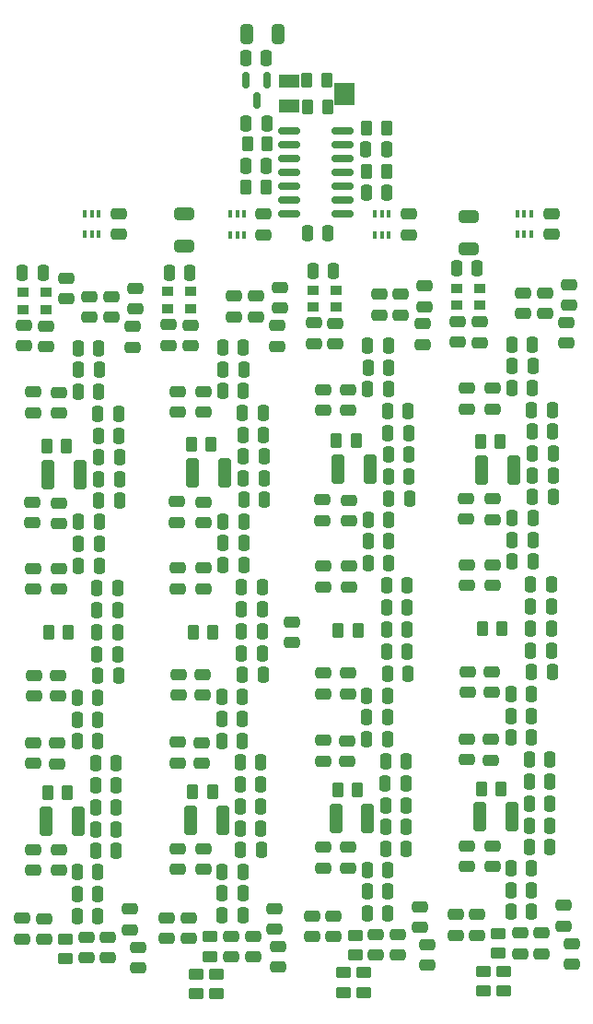
<source format=gbp>
G04 #@! TF.GenerationSoftware,KiCad,Pcbnew,8.0.1-8.0.1-1~ubuntu22.04.1*
G04 #@! TF.CreationDate,2024-04-20T17:09:59+02:00*
G04 #@! TF.ProjectId,0xaxe,30786178-652e-46b6-9963-61645f706362,302*
G04 #@! TF.SameCoordinates,Original*
G04 #@! TF.FileFunction,Paste,Bot*
G04 #@! TF.FilePolarity,Positive*
%FSLAX46Y46*%
G04 Gerber Fmt 4.6, Leading zero omitted, Abs format (unit mm)*
G04 Created by KiCad (PCBNEW 8.0.1-8.0.1-1~ubuntu22.04.1) date 2024-04-20 17:09:59*
%MOMM*%
%LPD*%
G01*
G04 APERTURE LIST*
G04 Aperture macros list*
%AMRoundRect*
0 Rectangle with rounded corners*
0 $1 Rounding radius*
0 $2 $3 $4 $5 $6 $7 $8 $9 X,Y pos of 4 corners*
0 Add a 4 corners polygon primitive as box body*
4,1,4,$2,$3,$4,$5,$6,$7,$8,$9,$2,$3,0*
0 Add four circle primitives for the rounded corners*
1,1,$1+$1,$2,$3*
1,1,$1+$1,$4,$5*
1,1,$1+$1,$6,$7*
1,1,$1+$1,$8,$9*
0 Add four rect primitives between the rounded corners*
20,1,$1+$1,$2,$3,$4,$5,0*
20,1,$1+$1,$4,$5,$6,$7,0*
20,1,$1+$1,$6,$7,$8,$9,0*
20,1,$1+$1,$8,$9,$2,$3,0*%
G04 Aperture macros list end*
%ADD10RoundRect,0.250000X0.475000X-0.250000X0.475000X0.250000X-0.475000X0.250000X-0.475000X-0.250000X0*%
%ADD11RoundRect,0.250000X0.250000X0.475000X-0.250000X0.475000X-0.250000X-0.475000X0.250000X-0.475000X0*%
%ADD12RoundRect,0.250000X-0.475000X0.250000X-0.475000X-0.250000X0.475000X-0.250000X0.475000X0.250000X0*%
%ADD13RoundRect,0.250000X-0.250000X-0.475000X0.250000X-0.475000X0.250000X0.475000X-0.250000X0.475000X0*%
%ADD14RoundRect,0.250000X0.325000X1.100000X-0.325000X1.100000X-0.325000X-1.100000X0.325000X-1.100000X0*%
%ADD15RoundRect,0.250000X-0.262500X-0.450000X0.262500X-0.450000X0.262500X0.450000X-0.262500X0.450000X0*%
%ADD16RoundRect,0.150000X-0.150000X0.587500X-0.150000X-0.587500X0.150000X-0.587500X0.150000X0.587500X0*%
%ADD17RoundRect,0.250000X0.262500X0.450000X-0.262500X0.450000X-0.262500X-0.450000X0.262500X-0.450000X0*%
%ADD18R,1.000000X0.900000*%
%ADD19RoundRect,0.250000X0.650000X-0.325000X0.650000X0.325000X-0.650000X0.325000X-0.650000X-0.325000X0*%
%ADD20RoundRect,0.250000X-0.450000X0.262500X-0.450000X-0.262500X0.450000X-0.262500X0.450000X0.262500X0*%
%ADD21R,1.900000X1.300000*%
%ADD22R,1.900000X2.000000*%
%ADD23R,0.400000X0.650000*%
%ADD24RoundRect,0.250000X0.325000X0.650000X-0.325000X0.650000X-0.325000X-0.650000X0.325000X-0.650000X0*%
%ADD25RoundRect,0.150000X-0.825000X-0.150000X0.825000X-0.150000X0.825000X0.150000X-0.825000X0.150000X0*%
G04 APERTURE END LIST*
D10*
X99284200Y-143711500D03*
X99284200Y-141811500D03*
D11*
X89674000Y-111873900D03*
X87774000Y-111873900D03*
X78157000Y-126075900D03*
X76257000Y-126075900D03*
D12*
X75202000Y-150057900D03*
X75202000Y-151957900D03*
D13*
X76357000Y-106003900D03*
X78257000Y-106003900D03*
D11*
X78091000Y-117996900D03*
X76191000Y-117996900D03*
X116160000Y-143763300D03*
X114260000Y-143763300D03*
X78207000Y-104003900D03*
X76307000Y-104003900D03*
D14*
X87749000Y-139319900D03*
X84799000Y-139319900D03*
D12*
X104824000Y-83653900D03*
X104824000Y-85553900D03*
D11*
X77942000Y-136157900D03*
X76042000Y-136157900D03*
X76275000Y-130100000D03*
X74375000Y-130100000D03*
D10*
X72594400Y-127938500D03*
X72594400Y-126038500D03*
X85894400Y-127863500D03*
X85894400Y-125963500D03*
D11*
X77974000Y-142158900D03*
X76074000Y-142158900D03*
X89674000Y-115873900D03*
X87774000Y-115873900D03*
X104603000Y-139967500D03*
X102703000Y-139967500D03*
D12*
X96947400Y-141811500D03*
X96947400Y-143711500D03*
X110186400Y-141682500D03*
X110186400Y-143582500D03*
D11*
X77964000Y-138189900D03*
X76064000Y-138189900D03*
D10*
X95931400Y-150025900D03*
X95931400Y-148125900D03*
D11*
X89624000Y-95903900D03*
X87724000Y-95903900D03*
X91274000Y-142083900D03*
X89374000Y-142083900D03*
D12*
X72645200Y-100028900D03*
X72645200Y-101928900D03*
X72696000Y-116234100D03*
X72696000Y-118134100D03*
X85945200Y-99953900D03*
X85945200Y-101853900D03*
X70257600Y-110138100D03*
X70257600Y-112038100D03*
D11*
X116252000Y-97620900D03*
X114352000Y-97620900D03*
D15*
X90016500Y-77240900D03*
X91841500Y-77240900D03*
D12*
X79674000Y-90478900D03*
X79674000Y-92378900D03*
D11*
X102963000Y-95749900D03*
X101063000Y-95749900D03*
D13*
X100924500Y-81650000D03*
X102824500Y-81650000D03*
D16*
X89905000Y-71381000D03*
X91805000Y-71381000D03*
X90855000Y-73256000D03*
D12*
X99182600Y-132042700D03*
X99182600Y-133942700D03*
X69495600Y-93882100D03*
X69495600Y-95782100D03*
D11*
X118135000Y-107645900D03*
X116235000Y-107645900D03*
D17*
X100025500Y-104465900D03*
X98200500Y-104465900D03*
D12*
X105841000Y-147278900D03*
X105841000Y-149178900D03*
X82795600Y-93807100D03*
X82795600Y-95707100D03*
X75474000Y-91253900D03*
X75474000Y-93153900D03*
D14*
X74449000Y-139394900D03*
X71499000Y-139394900D03*
D12*
X115080000Y-149699900D03*
X115080000Y-151599900D03*
D11*
X117842000Y-133767900D03*
X115942000Y-133767900D03*
D12*
X77474000Y-91253900D03*
X77474000Y-93153900D03*
X101841000Y-149828900D03*
X101841000Y-151728900D03*
D10*
X85996000Y-112013900D03*
X85996000Y-110113900D03*
D13*
X109224000Y-88653900D03*
X111124000Y-88653900D03*
X89657000Y-105928900D03*
X91557000Y-105928900D03*
D14*
X114327000Y-139036900D03*
X111377000Y-139036900D03*
D11*
X91264000Y-140121500D03*
X89364000Y-140121500D03*
D13*
X82824000Y-89053900D03*
X84724000Y-89053900D03*
D11*
X91457000Y-126000900D03*
X89557000Y-126000900D03*
D12*
X119080000Y-147149900D03*
X119080000Y-149049900D03*
D11*
X91507000Y-103928900D03*
X89607000Y-103928900D03*
X76374000Y-115948900D03*
X74474000Y-115948900D03*
D18*
X69385800Y-90856700D03*
X71535800Y-90856700D03*
X71535800Y-92406700D03*
X69385800Y-92406700D03*
D11*
X76324000Y-99978900D03*
X74424000Y-99978900D03*
D13*
X102996000Y-105774900D03*
X104896000Y-105774900D03*
D11*
X91391000Y-121985900D03*
X89491000Y-121985900D03*
X76374000Y-113948900D03*
X74474000Y-113948900D03*
D12*
X112421600Y-131913700D03*
X112421600Y-133813700D03*
X115352000Y-90895900D03*
X115352000Y-92795900D03*
X92823000Y-150932900D03*
X92823000Y-152832900D03*
D11*
X104730000Y-121831900D03*
X102830000Y-121831900D03*
D10*
X110186400Y-101555700D03*
X110186400Y-99655700D03*
D19*
X110349000Y-86824000D03*
X110349000Y-83874000D03*
D17*
X86786500Y-136719900D03*
X84961500Y-136719900D03*
D11*
X102900000Y-129875000D03*
X101000000Y-129875000D03*
D10*
X83608400Y-101838700D03*
X83608400Y-99938700D03*
D12*
X119552000Y-90120900D03*
X119552000Y-92020900D03*
X97941000Y-148146300D03*
X97941000Y-150046300D03*
D11*
X116150000Y-131749900D03*
X114250000Y-131749900D03*
X116202000Y-99620900D03*
X114302000Y-99620900D03*
D10*
X71474000Y-95832900D03*
X71474000Y-93932900D03*
X84774000Y-95757900D03*
X84774000Y-93857900D03*
D17*
X86686500Y-104819900D03*
X84861500Y-104819900D03*
X113435700Y-121753700D03*
X111610700Y-121753700D03*
D12*
X104113000Y-91024900D03*
X104113000Y-92924900D03*
D18*
X82685800Y-90781700D03*
X84835800Y-90781700D03*
X84835800Y-92331700D03*
X82685800Y-92331700D03*
D10*
X110186400Y-133778100D03*
X110186400Y-131878100D03*
D11*
X76275000Y-128107900D03*
X74375000Y-128107900D03*
D10*
X69292400Y-150254900D03*
X69292400Y-148354900D03*
D13*
X89850000Y-69300000D03*
X91750000Y-69300000D03*
D11*
X76374000Y-97978900D03*
X74474000Y-97978900D03*
D10*
X85945200Y-143865500D03*
X85945200Y-141965500D03*
D11*
X116202000Y-95620900D03*
X114302000Y-95620900D03*
D20*
X73237000Y-150251400D03*
X73237000Y-152076400D03*
D12*
X119352000Y-93620900D03*
X119352000Y-95520900D03*
D11*
X103013000Y-111719900D03*
X101113000Y-111719900D03*
D20*
X100747000Y-153324400D03*
X100747000Y-155149400D03*
D10*
X109155200Y-149896900D03*
X109155200Y-147996900D03*
D17*
X113264500Y-104536900D03*
X111439500Y-104536900D03*
D11*
X91567000Y-109913900D03*
X89667000Y-109913900D03*
X103013000Y-115719900D03*
X101113000Y-115719900D03*
D12*
X85996000Y-116159100D03*
X85996000Y-118059100D03*
X112574000Y-115876100D03*
X112574000Y-117776100D03*
D11*
X118145000Y-109630900D03*
X116245000Y-109630900D03*
D17*
X100125500Y-136565900D03*
X98300500Y-136565900D03*
D11*
X89674000Y-113873900D03*
X87774000Y-113873900D03*
D10*
X112472400Y-127580500D03*
X112472400Y-125680500D03*
X111352000Y-95474900D03*
X111352000Y-93574900D03*
D17*
X73557700Y-122111700D03*
X71732700Y-122111700D03*
D12*
X117090000Y-149699900D03*
X117090000Y-151599900D03*
D10*
X96947400Y-133907100D03*
X96947400Y-132007100D03*
D12*
X109373600Y-93524100D03*
X109373600Y-95424100D03*
D11*
X116160000Y-147763300D03*
X114260000Y-147763300D03*
D12*
X92502000Y-147432900D03*
X92502000Y-149332900D03*
D11*
X104581000Y-135928900D03*
X102681000Y-135928900D03*
D10*
X82592400Y-150179900D03*
X82592400Y-148279900D03*
D11*
X102921000Y-147892300D03*
X101021000Y-147892300D03*
D20*
X113099000Y-149742900D03*
X113099000Y-151567900D03*
D12*
X96998200Y-125809500D03*
X96998200Y-127709500D03*
D11*
X117969000Y-123734900D03*
X116069000Y-123734900D03*
D10*
X96947400Y-101684700D03*
X96947400Y-99784700D03*
D11*
X104603000Y-137960900D03*
X102703000Y-137960900D03*
D21*
X93850000Y-73750000D03*
D22*
X98950000Y-72600000D03*
D21*
X93850000Y-71450000D03*
D11*
X78157000Y-102003900D03*
X76257000Y-102003900D03*
D12*
X88502000Y-149982900D03*
X88502000Y-151882900D03*
X73400000Y-89550000D03*
X73400000Y-91450000D03*
D11*
X77964000Y-140196500D03*
X76064000Y-140196500D03*
D12*
X96134600Y-93653100D03*
X96134600Y-95553100D03*
D11*
X118035000Y-101645900D03*
X116135000Y-101645900D03*
X91775500Y-79200000D03*
X89875500Y-79200000D03*
D10*
X110186400Y-117776100D03*
X110186400Y-115876100D03*
D12*
X79935000Y-151007900D03*
X79935000Y-152907900D03*
D11*
X102921000Y-145892300D03*
X101021000Y-145892300D03*
D17*
X100196700Y-121882700D03*
X98371700Y-121882700D03*
D11*
X117969000Y-121702900D03*
X116069000Y-121702900D03*
D20*
X99909600Y-149892300D03*
X99909600Y-151717300D03*
D11*
X76282000Y-148121300D03*
X74382000Y-148121300D03*
D18*
X96024800Y-90627700D03*
X98174800Y-90627700D03*
X98174800Y-92177700D03*
X96024800Y-92177700D03*
D11*
X116150000Y-127749900D03*
X114250000Y-127749900D03*
D23*
X103030000Y-85553900D03*
X102380000Y-85553900D03*
X101730000Y-85553900D03*
X101730000Y-83653900D03*
X102380000Y-83653900D03*
X103030000Y-83653900D03*
D11*
X78091000Y-122060900D03*
X76191000Y-122060900D03*
X116150000Y-129749900D03*
X114250000Y-129749900D03*
X91391000Y-117921900D03*
X89491000Y-117921900D03*
D17*
X113364500Y-136436900D03*
X111539500Y-136436900D03*
D11*
X76282000Y-144121300D03*
X74382000Y-144121300D03*
X91557000Y-107928900D03*
X89657000Y-107928900D03*
X78257000Y-108003900D03*
X76357000Y-108003900D03*
D12*
X106574000Y-150778900D03*
X106574000Y-152678900D03*
D13*
X96024000Y-88853900D03*
X97924000Y-88853900D03*
D10*
X99335000Y-111859900D03*
X99335000Y-109959900D03*
D14*
X87949000Y-107419900D03*
X84999000Y-107419900D03*
D11*
X89582000Y-146046300D03*
X87682000Y-146046300D03*
D17*
X102787000Y-79700000D03*
X100962000Y-79700000D03*
D11*
X117820000Y-135799900D03*
X115920000Y-135799900D03*
D12*
X110237200Y-125680500D03*
X110237200Y-127580500D03*
D11*
X102900000Y-131875000D03*
X101000000Y-131875000D03*
D23*
X116124000Y-85503900D03*
X115474000Y-85503900D03*
X114824000Y-85503900D03*
X114824000Y-83603900D03*
X115474000Y-83603900D03*
X116124000Y-83603900D03*
D12*
X79202000Y-147507900D03*
X79202000Y-149407900D03*
D11*
X104730000Y-119799900D03*
X102830000Y-119799900D03*
D10*
X112574000Y-111730900D03*
X112574000Y-109830900D03*
D13*
X95524000Y-85453900D03*
X97424000Y-85453900D03*
D10*
X98113000Y-95603900D03*
X98113000Y-93703900D03*
D12*
X85843600Y-132196700D03*
X85843600Y-134096700D03*
D11*
X89575000Y-132032900D03*
X87675000Y-132032900D03*
D13*
X100901000Y-77748900D03*
X102801000Y-77748900D03*
D12*
X90774000Y-91178900D03*
X90774000Y-93078900D03*
X94074000Y-121103900D03*
X94074000Y-123003900D03*
D11*
X116160000Y-145763300D03*
X114260000Y-145763300D03*
D10*
X72645200Y-143940500D03*
X72645200Y-142040500D03*
D11*
X76324000Y-95978900D03*
X74424000Y-95978900D03*
X117842000Y-139838500D03*
X115942000Y-139838500D03*
X77964000Y-134125900D03*
X76064000Y-134125900D03*
D17*
X86857700Y-122036700D03*
X85032700Y-122036700D03*
D11*
X91391000Y-119953900D03*
X89491000Y-119953900D03*
X78091000Y-120028900D03*
X76191000Y-120028900D03*
D12*
X110135600Y-109780100D03*
X110135600Y-111680100D03*
D14*
X114527000Y-107136900D03*
X111577000Y-107136900D03*
D20*
X98842000Y-153324400D03*
X98842000Y-155149400D03*
D11*
X89575000Y-130032900D03*
X87675000Y-130032900D03*
D20*
X113607000Y-153195400D03*
X113607000Y-155020400D03*
D12*
X83557600Y-110063100D03*
X83557600Y-111963100D03*
D10*
X83608400Y-134061100D03*
X83608400Y-132161100D03*
D12*
X72543600Y-132271700D03*
X72543600Y-134171700D03*
D17*
X73386500Y-104994900D03*
X71561500Y-104994900D03*
D12*
X79474000Y-93978900D03*
X79474000Y-95878900D03*
X70308400Y-142040500D03*
X70308400Y-143940500D03*
D11*
X104796000Y-125846900D03*
X102896000Y-125846900D03*
D19*
X84187000Y-86575000D03*
X84187000Y-83625000D03*
D12*
X84602000Y-148300300D03*
X84602000Y-150200300D03*
D11*
X104730000Y-123863900D03*
X102830000Y-123863900D03*
D12*
X92774000Y-93903900D03*
X92774000Y-95803900D03*
D10*
X70308400Y-101913700D03*
X70308400Y-100013700D03*
X112523200Y-143582500D03*
X112523200Y-141682500D03*
D11*
X103013000Y-97749900D03*
X101113000Y-97749900D03*
D10*
X83608400Y-118059100D03*
X83608400Y-116159100D03*
D12*
X92974000Y-90403900D03*
X92974000Y-92303900D03*
D11*
X78091000Y-124092900D03*
X76191000Y-124092900D03*
X91457000Y-101928900D03*
X89557000Y-101928900D03*
D12*
X117974000Y-83603900D03*
X117974000Y-85503900D03*
D10*
X70308400Y-134136100D03*
X70308400Y-132236100D03*
D11*
X104603000Y-133896900D03*
X102703000Y-133896900D03*
X78267000Y-109988900D03*
X76367000Y-109988900D03*
X117969000Y-119670900D03*
X116069000Y-119670900D03*
D12*
X91476800Y-83653900D03*
X91476800Y-85553900D03*
X71302000Y-148375300D03*
X71302000Y-150275300D03*
D24*
X92875000Y-67100000D03*
X89925000Y-67100000D03*
D11*
X102921000Y-143892300D03*
X101021000Y-143892300D03*
D25*
X93849000Y-83613900D03*
X93849000Y-82343900D03*
X93849000Y-81073900D03*
X93849000Y-79803900D03*
X93849000Y-78533900D03*
X93849000Y-77263900D03*
X93849000Y-75993900D03*
X98799000Y-75993900D03*
X98799000Y-77263900D03*
X98799000Y-78533900D03*
X98799000Y-79803900D03*
X98799000Y-81073900D03*
X98799000Y-82343900D03*
X98799000Y-83613900D03*
D11*
X89582000Y-144046300D03*
X87682000Y-144046300D03*
D13*
X116235000Y-105645900D03*
X118135000Y-105645900D03*
D12*
X90512000Y-149982900D03*
X90512000Y-151882900D03*
X106113000Y-93749900D03*
X106113000Y-95649900D03*
D11*
X91391000Y-124017900D03*
X89491000Y-124017900D03*
D12*
X88774000Y-91178900D03*
X88774000Y-93078900D03*
D11*
X117842000Y-137831900D03*
X115942000Y-137831900D03*
D13*
X69324000Y-89053900D03*
X71224000Y-89053900D03*
D11*
X116252000Y-111590900D03*
X114352000Y-111590900D03*
D23*
X76368000Y-85503900D03*
X75718000Y-85503900D03*
X75068000Y-85503900D03*
X75068000Y-83603900D03*
X75718000Y-83603900D03*
X76368000Y-83603900D03*
D11*
X104906000Y-109759900D03*
X103006000Y-109759900D03*
X91264000Y-134050900D03*
X89364000Y-134050900D03*
X104846000Y-103774900D03*
X102946000Y-103774900D03*
X117852000Y-141800900D03*
X115952000Y-141800900D03*
D20*
X111702000Y-153195400D03*
X111702000Y-155020400D03*
D11*
X102900000Y-127875000D03*
X101000000Y-127875000D03*
D20*
X85269000Y-153478400D03*
X85269000Y-155303400D03*
D12*
X99335000Y-116005100D03*
X99335000Y-117905100D03*
D20*
X86539000Y-150049400D03*
X86539000Y-151874400D03*
D11*
X89624000Y-99903900D03*
X87724000Y-99903900D03*
D12*
X78218000Y-83603900D03*
X78218000Y-85503900D03*
D11*
X104896000Y-107774900D03*
X102996000Y-107774900D03*
X89575000Y-128025000D03*
X87675000Y-128025000D03*
X76282000Y-146121300D03*
X74382000Y-146121300D03*
D12*
X112523200Y-99670900D03*
X112523200Y-101570900D03*
D11*
X118085000Y-103645900D03*
X116185000Y-103645900D03*
X89582000Y-148046300D03*
X87682000Y-148046300D03*
D12*
X111136400Y-148017300D03*
X111136400Y-149917300D03*
D11*
X91242000Y-136082900D03*
X89342000Y-136082900D03*
D12*
X106313000Y-90249900D03*
X106313000Y-92149900D03*
D14*
X101088000Y-139165900D03*
X98138000Y-139165900D03*
D20*
X87174000Y-153478400D03*
X87174000Y-155303400D03*
D17*
X73486500Y-136794900D03*
X71661500Y-136794900D03*
D11*
X118035000Y-125717900D03*
X116135000Y-125717900D03*
X116252000Y-113590900D03*
X114352000Y-113590900D03*
D14*
X101288000Y-107065900D03*
X98338000Y-107065900D03*
D10*
X70308400Y-118134100D03*
X70308400Y-116234100D03*
D11*
X102963000Y-99749900D03*
X101063000Y-99749900D03*
D12*
X83608400Y-141965500D03*
X83608400Y-143865500D03*
D11*
X104730000Y-117767900D03*
X102830000Y-117767900D03*
X103013000Y-113719900D03*
X101113000Y-113719900D03*
X76275000Y-132100000D03*
X74375000Y-132100000D03*
X104613000Y-141929900D03*
X102713000Y-141929900D03*
D10*
X72696000Y-112088900D03*
X72696000Y-110188900D03*
D11*
X116252000Y-115590900D03*
X114352000Y-115590900D03*
D12*
X119813000Y-150649900D03*
X119813000Y-152549900D03*
X103851000Y-149828900D03*
X103851000Y-151728900D03*
X70359200Y-126038500D03*
X70359200Y-127938500D03*
D11*
X76374000Y-111948900D03*
X74474000Y-111948900D03*
D23*
X89724000Y-85553900D03*
X89074000Y-85553900D03*
X88424000Y-85553900D03*
X88424000Y-83653900D03*
X89074000Y-83653900D03*
X89724000Y-83653900D03*
D10*
X96947400Y-117905100D03*
X96947400Y-116005100D03*
D17*
X102812500Y-75800000D03*
X100987500Y-75800000D03*
D11*
X104796000Y-101774900D03*
X102896000Y-101774900D03*
D12*
X102113000Y-91024900D03*
X102113000Y-92924900D03*
D11*
X89674000Y-97903900D03*
X87774000Y-97903900D03*
D18*
X109263800Y-90498700D03*
X111413800Y-90498700D03*
X111413800Y-92048700D03*
X109263800Y-92048700D03*
D15*
X89913000Y-81150000D03*
X91738000Y-81150000D03*
D12*
X99284200Y-99799900D03*
X99284200Y-101699900D03*
D10*
X99233400Y-127709500D03*
X99233400Y-125809500D03*
D12*
X77212000Y-150057900D03*
X77212000Y-151957900D03*
D11*
X117969000Y-117638900D03*
X116069000Y-117638900D03*
D12*
X117352000Y-90895900D03*
X117352000Y-92795900D03*
D14*
X74649000Y-107594900D03*
X71699000Y-107594900D03*
D11*
X91264000Y-138114900D03*
X89364000Y-138114900D03*
D12*
X96896600Y-109909100D03*
X96896600Y-111809100D03*
D11*
X91800000Y-75300000D03*
X89900000Y-75300000D03*
D15*
X95587500Y-73800000D03*
X97412500Y-73800000D03*
D17*
X97312500Y-71400000D03*
X95487500Y-71400000D03*
D12*
X83659200Y-125963500D03*
X83659200Y-127863500D03*
M02*

</source>
